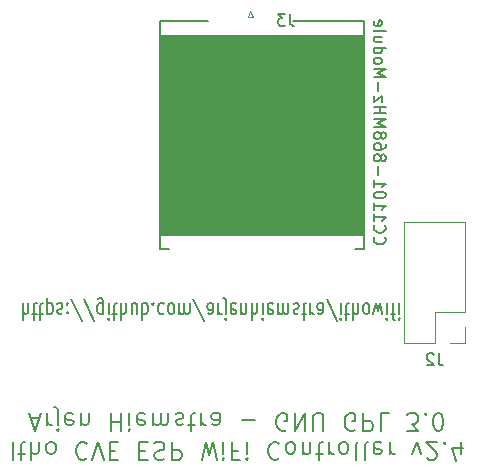
<source format=gbo>
G04 #@! TF.GenerationSoftware,KiCad,Pcbnew,(5.1.9-0-10_14)*
G04 #@! TF.CreationDate,2021-01-29T16:34:27+01:00*
G04 #@! TF.ProjectId,ithowifi_4l,6974686f-7769-4666-995f-346c2e6b6963,rev?*
G04 #@! TF.SameCoordinates,Original*
G04 #@! TF.FileFunction,Legend,Bot*
G04 #@! TF.FilePolarity,Positive*
%FSLAX46Y46*%
G04 Gerber Fmt 4.6, Leading zero omitted, Abs format (unit mm)*
G04 Created by KiCad (PCBNEW (5.1.9-0-10_14)) date 2021-01-29 16:34:27*
%MOMM*%
%LPD*%
G01*
G04 APERTURE LIST*
%ADD10C,0.100000*%
%ADD11C,0.200000*%
%ADD12C,0.120000*%
%ADD13C,0.150000*%
G04 APERTURE END LIST*
D10*
G36*
X114808000Y-129997200D02*
G01*
X97561400Y-129997200D01*
X97536000Y-113030000D01*
X114808000Y-113030000D01*
X114808000Y-129997200D01*
G37*
X114808000Y-129997200D02*
X97561400Y-129997200D01*
X97536000Y-113030000D01*
X114808000Y-113030000D01*
X114808000Y-129997200D01*
D11*
X85925428Y-135764666D02*
X85925428Y-137164666D01*
X86354000Y-135764666D02*
X86354000Y-136498000D01*
X86306380Y-136631333D01*
X86211142Y-136698000D01*
X86068285Y-136698000D01*
X85973047Y-136631333D01*
X85925428Y-136564666D01*
X86687333Y-136698000D02*
X87068285Y-136698000D01*
X86830190Y-137164666D02*
X86830190Y-135964666D01*
X86877809Y-135831333D01*
X86973047Y-135764666D01*
X87068285Y-135764666D01*
X87258761Y-136698000D02*
X87639714Y-136698000D01*
X87401619Y-137164666D02*
X87401619Y-135964666D01*
X87449238Y-135831333D01*
X87544476Y-135764666D01*
X87639714Y-135764666D01*
X87973047Y-136698000D02*
X87973047Y-135298000D01*
X87973047Y-136631333D02*
X88068285Y-136698000D01*
X88258761Y-136698000D01*
X88354000Y-136631333D01*
X88401619Y-136564666D01*
X88449238Y-136431333D01*
X88449238Y-136031333D01*
X88401619Y-135898000D01*
X88354000Y-135831333D01*
X88258761Y-135764666D01*
X88068285Y-135764666D01*
X87973047Y-135831333D01*
X88830190Y-135831333D02*
X88925428Y-135764666D01*
X89115904Y-135764666D01*
X89211142Y-135831333D01*
X89258761Y-135964666D01*
X89258761Y-136031333D01*
X89211142Y-136164666D01*
X89115904Y-136231333D01*
X88973047Y-136231333D01*
X88877809Y-136298000D01*
X88830190Y-136431333D01*
X88830190Y-136498000D01*
X88877809Y-136631333D01*
X88973047Y-136698000D01*
X89115904Y-136698000D01*
X89211142Y-136631333D01*
X89687333Y-135898000D02*
X89734952Y-135831333D01*
X89687333Y-135764666D01*
X89639714Y-135831333D01*
X89687333Y-135898000D01*
X89687333Y-135764666D01*
X89687333Y-136631333D02*
X89734952Y-136564666D01*
X89687333Y-136498000D01*
X89639714Y-136564666D01*
X89687333Y-136631333D01*
X89687333Y-136498000D01*
X90877809Y-137231333D02*
X90020666Y-135431333D01*
X91925428Y-137231333D02*
X91068285Y-135431333D01*
X92687333Y-136698000D02*
X92687333Y-135564666D01*
X92639714Y-135431333D01*
X92592095Y-135364666D01*
X92496857Y-135298000D01*
X92354000Y-135298000D01*
X92258761Y-135364666D01*
X92687333Y-135831333D02*
X92592095Y-135764666D01*
X92401619Y-135764666D01*
X92306380Y-135831333D01*
X92258761Y-135898000D01*
X92211142Y-136031333D01*
X92211142Y-136431333D01*
X92258761Y-136564666D01*
X92306380Y-136631333D01*
X92401619Y-136698000D01*
X92592095Y-136698000D01*
X92687333Y-136631333D01*
X93163523Y-135764666D02*
X93163523Y-136698000D01*
X93163523Y-137164666D02*
X93115904Y-137098000D01*
X93163523Y-137031333D01*
X93211142Y-137098000D01*
X93163523Y-137164666D01*
X93163523Y-137031333D01*
X93496857Y-136698000D02*
X93877809Y-136698000D01*
X93639714Y-137164666D02*
X93639714Y-135964666D01*
X93687333Y-135831333D01*
X93782571Y-135764666D01*
X93877809Y-135764666D01*
X94211142Y-135764666D02*
X94211142Y-137164666D01*
X94639714Y-135764666D02*
X94639714Y-136498000D01*
X94592095Y-136631333D01*
X94496857Y-136698000D01*
X94354000Y-136698000D01*
X94258761Y-136631333D01*
X94211142Y-136564666D01*
X95544476Y-136698000D02*
X95544476Y-135764666D01*
X95115904Y-136698000D02*
X95115904Y-135964666D01*
X95163523Y-135831333D01*
X95258761Y-135764666D01*
X95401619Y-135764666D01*
X95496857Y-135831333D01*
X95544476Y-135898000D01*
X96020666Y-135764666D02*
X96020666Y-137164666D01*
X96020666Y-136631333D02*
X96115904Y-136698000D01*
X96306380Y-136698000D01*
X96401619Y-136631333D01*
X96449238Y-136564666D01*
X96496857Y-136431333D01*
X96496857Y-136031333D01*
X96449238Y-135898000D01*
X96401619Y-135831333D01*
X96306380Y-135764666D01*
X96115904Y-135764666D01*
X96020666Y-135831333D01*
X96925428Y-135898000D02*
X96973047Y-135831333D01*
X96925428Y-135764666D01*
X96877809Y-135831333D01*
X96925428Y-135898000D01*
X96925428Y-135764666D01*
X97830190Y-135831333D02*
X97734952Y-135764666D01*
X97544476Y-135764666D01*
X97449238Y-135831333D01*
X97401619Y-135898000D01*
X97354000Y-136031333D01*
X97354000Y-136431333D01*
X97401619Y-136564666D01*
X97449238Y-136631333D01*
X97544476Y-136698000D01*
X97734952Y-136698000D01*
X97830190Y-136631333D01*
X98401619Y-135764666D02*
X98306380Y-135831333D01*
X98258761Y-135898000D01*
X98211142Y-136031333D01*
X98211142Y-136431333D01*
X98258761Y-136564666D01*
X98306380Y-136631333D01*
X98401619Y-136698000D01*
X98544476Y-136698000D01*
X98639714Y-136631333D01*
X98687333Y-136564666D01*
X98734952Y-136431333D01*
X98734952Y-136031333D01*
X98687333Y-135898000D01*
X98639714Y-135831333D01*
X98544476Y-135764666D01*
X98401619Y-135764666D01*
X99163523Y-135764666D02*
X99163523Y-136698000D01*
X99163523Y-136564666D02*
X99211142Y-136631333D01*
X99306380Y-136698000D01*
X99449238Y-136698000D01*
X99544476Y-136631333D01*
X99592095Y-136498000D01*
X99592095Y-135764666D01*
X99592095Y-136498000D02*
X99639714Y-136631333D01*
X99734952Y-136698000D01*
X99877809Y-136698000D01*
X99973047Y-136631333D01*
X100020666Y-136498000D01*
X100020666Y-135764666D01*
X101211142Y-137231333D02*
X100354000Y-135431333D01*
X101973047Y-135764666D02*
X101973047Y-136498000D01*
X101925428Y-136631333D01*
X101830190Y-136698000D01*
X101639714Y-136698000D01*
X101544476Y-136631333D01*
X101973047Y-135831333D02*
X101877809Y-135764666D01*
X101639714Y-135764666D01*
X101544476Y-135831333D01*
X101496857Y-135964666D01*
X101496857Y-136098000D01*
X101544476Y-136231333D01*
X101639714Y-136298000D01*
X101877809Y-136298000D01*
X101973047Y-136364666D01*
X102449238Y-135764666D02*
X102449238Y-136698000D01*
X102449238Y-136431333D02*
X102496857Y-136564666D01*
X102544476Y-136631333D01*
X102639714Y-136698000D01*
X102734952Y-136698000D01*
X103068285Y-136698000D02*
X103068285Y-135498000D01*
X103020666Y-135364666D01*
X102925428Y-135298000D01*
X102877809Y-135298000D01*
X103068285Y-137164666D02*
X103020666Y-137098000D01*
X103068285Y-137031333D01*
X103115904Y-137098000D01*
X103068285Y-137164666D01*
X103068285Y-137031333D01*
X103925428Y-135831333D02*
X103830190Y-135764666D01*
X103639714Y-135764666D01*
X103544476Y-135831333D01*
X103496857Y-135964666D01*
X103496857Y-136498000D01*
X103544476Y-136631333D01*
X103639714Y-136698000D01*
X103830190Y-136698000D01*
X103925428Y-136631333D01*
X103973047Y-136498000D01*
X103973047Y-136364666D01*
X103496857Y-136231333D01*
X104401619Y-136698000D02*
X104401619Y-135764666D01*
X104401619Y-136564666D02*
X104449238Y-136631333D01*
X104544476Y-136698000D01*
X104687333Y-136698000D01*
X104782571Y-136631333D01*
X104830190Y-136498000D01*
X104830190Y-135764666D01*
X105306380Y-135764666D02*
X105306380Y-137164666D01*
X105734952Y-135764666D02*
X105734952Y-136498000D01*
X105687333Y-136631333D01*
X105592095Y-136698000D01*
X105449238Y-136698000D01*
X105354000Y-136631333D01*
X105306380Y-136564666D01*
X106211142Y-135764666D02*
X106211142Y-136698000D01*
X106211142Y-137164666D02*
X106163523Y-137098000D01*
X106211142Y-137031333D01*
X106258761Y-137098000D01*
X106211142Y-137164666D01*
X106211142Y-137031333D01*
X107068285Y-135831333D02*
X106973047Y-135764666D01*
X106782571Y-135764666D01*
X106687333Y-135831333D01*
X106639714Y-135964666D01*
X106639714Y-136498000D01*
X106687333Y-136631333D01*
X106782571Y-136698000D01*
X106973047Y-136698000D01*
X107068285Y-136631333D01*
X107115904Y-136498000D01*
X107115904Y-136364666D01*
X106639714Y-136231333D01*
X107544476Y-135764666D02*
X107544476Y-136698000D01*
X107544476Y-136564666D02*
X107592095Y-136631333D01*
X107687333Y-136698000D01*
X107830190Y-136698000D01*
X107925428Y-136631333D01*
X107973047Y-136498000D01*
X107973047Y-135764666D01*
X107973047Y-136498000D02*
X108020666Y-136631333D01*
X108115904Y-136698000D01*
X108258761Y-136698000D01*
X108353999Y-136631333D01*
X108401619Y-136498000D01*
X108401619Y-135764666D01*
X108830190Y-135831333D02*
X108925428Y-135764666D01*
X109115904Y-135764666D01*
X109211142Y-135831333D01*
X109258761Y-135964666D01*
X109258761Y-136031333D01*
X109211142Y-136164666D01*
X109115904Y-136231333D01*
X108973047Y-136231333D01*
X108877809Y-136298000D01*
X108830190Y-136431333D01*
X108830190Y-136498000D01*
X108877809Y-136631333D01*
X108973047Y-136698000D01*
X109115904Y-136698000D01*
X109211142Y-136631333D01*
X109544476Y-136698000D02*
X109925428Y-136698000D01*
X109687333Y-137164666D02*
X109687333Y-135964666D01*
X109734952Y-135831333D01*
X109830190Y-135764666D01*
X109925428Y-135764666D01*
X110258761Y-135764666D02*
X110258761Y-136698000D01*
X110258761Y-136431333D02*
X110306380Y-136564666D01*
X110353999Y-136631333D01*
X110449238Y-136698000D01*
X110544476Y-136698000D01*
X111306380Y-135764666D02*
X111306380Y-136498000D01*
X111258761Y-136631333D01*
X111163523Y-136698000D01*
X110973047Y-136698000D01*
X110877809Y-136631333D01*
X111306380Y-135831333D02*
X111211142Y-135764666D01*
X110973047Y-135764666D01*
X110877809Y-135831333D01*
X110830190Y-135964666D01*
X110830190Y-136098000D01*
X110877809Y-136231333D01*
X110973047Y-136298000D01*
X111211142Y-136298000D01*
X111306380Y-136364666D01*
X112496857Y-137231333D02*
X111639714Y-135431333D01*
X112830190Y-135764666D02*
X112830190Y-136698000D01*
X112830190Y-137164666D02*
X112782571Y-137098000D01*
X112830190Y-137031333D01*
X112877809Y-137098000D01*
X112830190Y-137164666D01*
X112830190Y-137031333D01*
X113163523Y-136698000D02*
X113544476Y-136698000D01*
X113306380Y-137164666D02*
X113306380Y-135964666D01*
X113353999Y-135831333D01*
X113449238Y-135764666D01*
X113544476Y-135764666D01*
X113877809Y-135764666D02*
X113877809Y-137164666D01*
X114306380Y-135764666D02*
X114306380Y-136498000D01*
X114258761Y-136631333D01*
X114163523Y-136698000D01*
X114020666Y-136698000D01*
X113925428Y-136631333D01*
X113877809Y-136564666D01*
X114925428Y-135764666D02*
X114830190Y-135831333D01*
X114782571Y-135898000D01*
X114734952Y-136031333D01*
X114734952Y-136431333D01*
X114782571Y-136564666D01*
X114830190Y-136631333D01*
X114925428Y-136698000D01*
X115068285Y-136698000D01*
X115163523Y-136631333D01*
X115211142Y-136564666D01*
X115258761Y-136431333D01*
X115258761Y-136031333D01*
X115211142Y-135898000D01*
X115163523Y-135831333D01*
X115068285Y-135764666D01*
X114925428Y-135764666D01*
X115592095Y-136698000D02*
X115782571Y-135764666D01*
X115973047Y-136431333D01*
X116163523Y-135764666D01*
X116353999Y-136698000D01*
X116734952Y-135764666D02*
X116734952Y-136698000D01*
X116734952Y-137164666D02*
X116687333Y-137098000D01*
X116734952Y-137031333D01*
X116782571Y-137098000D01*
X116734952Y-137164666D01*
X116734952Y-137031333D01*
X117068285Y-136698000D02*
X117449238Y-136698000D01*
X117211142Y-135764666D02*
X117211142Y-136964666D01*
X117258761Y-137098000D01*
X117353999Y-137164666D01*
X117449238Y-137164666D01*
X117782571Y-135764666D02*
X117782571Y-136698000D01*
X117782571Y-137164666D02*
X117734952Y-137098000D01*
X117782571Y-137031333D01*
X117830190Y-137098000D01*
X117782571Y-137164666D01*
X117782571Y-137031333D01*
X85038400Y-147510828D02*
X85038400Y-149010828D01*
X85538400Y-148510828D02*
X86109828Y-148510828D01*
X85752685Y-149010828D02*
X85752685Y-147725114D01*
X85824114Y-147582257D01*
X85966971Y-147510828D01*
X86109828Y-147510828D01*
X86609828Y-147510828D02*
X86609828Y-149010828D01*
X87252685Y-147510828D02*
X87252685Y-148296542D01*
X87181257Y-148439400D01*
X87038400Y-148510828D01*
X86824114Y-148510828D01*
X86681257Y-148439400D01*
X86609828Y-148367971D01*
X88181257Y-147510828D02*
X88038400Y-147582257D01*
X87966971Y-147653685D01*
X87895542Y-147796542D01*
X87895542Y-148225114D01*
X87966971Y-148367971D01*
X88038400Y-148439400D01*
X88181257Y-148510828D01*
X88395542Y-148510828D01*
X88538400Y-148439400D01*
X88609828Y-148367971D01*
X88681257Y-148225114D01*
X88681257Y-147796542D01*
X88609828Y-147653685D01*
X88538400Y-147582257D01*
X88395542Y-147510828D01*
X88181257Y-147510828D01*
X91324114Y-147653685D02*
X91252685Y-147582257D01*
X91038400Y-147510828D01*
X90895542Y-147510828D01*
X90681257Y-147582257D01*
X90538400Y-147725114D01*
X90466971Y-147867971D01*
X90395542Y-148153685D01*
X90395542Y-148367971D01*
X90466971Y-148653685D01*
X90538400Y-148796542D01*
X90681257Y-148939400D01*
X90895542Y-149010828D01*
X91038400Y-149010828D01*
X91252685Y-148939400D01*
X91324114Y-148867971D01*
X91752685Y-149010828D02*
X92252685Y-147510828D01*
X92752685Y-149010828D01*
X93252685Y-148296542D02*
X93752685Y-148296542D01*
X93966971Y-147510828D02*
X93252685Y-147510828D01*
X93252685Y-149010828D01*
X93966971Y-149010828D01*
X95752685Y-148296542D02*
X96252685Y-148296542D01*
X96466971Y-147510828D02*
X95752685Y-147510828D01*
X95752685Y-149010828D01*
X96466971Y-149010828D01*
X97038400Y-147582257D02*
X97252685Y-147510828D01*
X97609828Y-147510828D01*
X97752685Y-147582257D01*
X97824114Y-147653685D01*
X97895542Y-147796542D01*
X97895542Y-147939400D01*
X97824114Y-148082257D01*
X97752685Y-148153685D01*
X97609828Y-148225114D01*
X97324114Y-148296542D01*
X97181257Y-148367971D01*
X97109828Y-148439400D01*
X97038400Y-148582257D01*
X97038400Y-148725114D01*
X97109828Y-148867971D01*
X97181257Y-148939400D01*
X97324114Y-149010828D01*
X97681257Y-149010828D01*
X97895542Y-148939400D01*
X98538400Y-147510828D02*
X98538400Y-149010828D01*
X99109828Y-149010828D01*
X99252685Y-148939400D01*
X99324114Y-148867971D01*
X99395542Y-148725114D01*
X99395542Y-148510828D01*
X99324114Y-148367971D01*
X99252685Y-148296542D01*
X99109828Y-148225114D01*
X98538400Y-148225114D01*
X101038400Y-149010828D02*
X101395542Y-147510828D01*
X101681257Y-148582257D01*
X101966971Y-147510828D01*
X102324114Y-149010828D01*
X102895542Y-147510828D02*
X102895542Y-148510828D01*
X102895542Y-149010828D02*
X102824114Y-148939400D01*
X102895542Y-148867971D01*
X102966971Y-148939400D01*
X102895542Y-149010828D01*
X102895542Y-148867971D01*
X104109828Y-148296542D02*
X103609828Y-148296542D01*
X103609828Y-147510828D02*
X103609828Y-149010828D01*
X104324114Y-149010828D01*
X104895542Y-147510828D02*
X104895542Y-148510828D01*
X104895542Y-149010828D02*
X104824114Y-148939400D01*
X104895542Y-148867971D01*
X104966971Y-148939400D01*
X104895542Y-149010828D01*
X104895542Y-148867971D01*
X107609828Y-147653685D02*
X107538400Y-147582257D01*
X107324114Y-147510828D01*
X107181257Y-147510828D01*
X106966971Y-147582257D01*
X106824114Y-147725114D01*
X106752685Y-147867971D01*
X106681257Y-148153685D01*
X106681257Y-148367971D01*
X106752685Y-148653685D01*
X106824114Y-148796542D01*
X106966971Y-148939400D01*
X107181257Y-149010828D01*
X107324114Y-149010828D01*
X107538400Y-148939400D01*
X107609828Y-148867971D01*
X108466971Y-147510828D02*
X108324114Y-147582257D01*
X108252685Y-147653685D01*
X108181257Y-147796542D01*
X108181257Y-148225114D01*
X108252685Y-148367971D01*
X108324114Y-148439400D01*
X108466971Y-148510828D01*
X108681257Y-148510828D01*
X108824114Y-148439400D01*
X108895542Y-148367971D01*
X108966971Y-148225114D01*
X108966971Y-147796542D01*
X108895542Y-147653685D01*
X108824114Y-147582257D01*
X108681257Y-147510828D01*
X108466971Y-147510828D01*
X109609828Y-148510828D02*
X109609828Y-147510828D01*
X109609828Y-148367971D02*
X109681257Y-148439400D01*
X109824114Y-148510828D01*
X110038400Y-148510828D01*
X110181257Y-148439400D01*
X110252685Y-148296542D01*
X110252685Y-147510828D01*
X110752685Y-148510828D02*
X111324114Y-148510828D01*
X110966971Y-149010828D02*
X110966971Y-147725114D01*
X111038400Y-147582257D01*
X111181257Y-147510828D01*
X111324114Y-147510828D01*
X111824114Y-147510828D02*
X111824114Y-148510828D01*
X111824114Y-148225114D02*
X111895542Y-148367971D01*
X111966971Y-148439400D01*
X112109828Y-148510828D01*
X112252685Y-148510828D01*
X112966971Y-147510828D02*
X112824114Y-147582257D01*
X112752685Y-147653685D01*
X112681257Y-147796542D01*
X112681257Y-148225114D01*
X112752685Y-148367971D01*
X112824114Y-148439400D01*
X112966971Y-148510828D01*
X113181257Y-148510828D01*
X113324114Y-148439400D01*
X113395542Y-148367971D01*
X113466971Y-148225114D01*
X113466971Y-147796542D01*
X113395542Y-147653685D01*
X113324114Y-147582257D01*
X113181257Y-147510828D01*
X112966971Y-147510828D01*
X114324114Y-147510828D02*
X114181257Y-147582257D01*
X114109828Y-147725114D01*
X114109828Y-149010828D01*
X115109828Y-147510828D02*
X114966971Y-147582257D01*
X114895542Y-147725114D01*
X114895542Y-149010828D01*
X116252685Y-147582257D02*
X116109828Y-147510828D01*
X115824114Y-147510828D01*
X115681257Y-147582257D01*
X115609828Y-147725114D01*
X115609828Y-148296542D01*
X115681257Y-148439400D01*
X115824114Y-148510828D01*
X116109828Y-148510828D01*
X116252685Y-148439400D01*
X116324114Y-148296542D01*
X116324114Y-148153685D01*
X115609828Y-148010828D01*
X116966971Y-147510828D02*
X116966971Y-148510828D01*
X116966971Y-148225114D02*
X117038400Y-148367971D01*
X117109828Y-148439400D01*
X117252685Y-148510828D01*
X117395542Y-148510828D01*
X118895542Y-148510828D02*
X119252685Y-147510828D01*
X119609828Y-148510828D01*
X120109828Y-148867971D02*
X120181257Y-148939400D01*
X120324114Y-149010828D01*
X120681257Y-149010828D01*
X120824114Y-148939400D01*
X120895542Y-148867971D01*
X120966971Y-148725114D01*
X120966971Y-148582257D01*
X120895542Y-148367971D01*
X120038400Y-147510828D01*
X120966971Y-147510828D01*
X121609828Y-147653685D02*
X121681257Y-147582257D01*
X121609828Y-147510828D01*
X121538400Y-147582257D01*
X121609828Y-147653685D01*
X121609828Y-147510828D01*
X122966971Y-148510828D02*
X122966971Y-147510828D01*
X122609828Y-149082257D02*
X122252685Y-148010828D01*
X123181257Y-148010828D01*
X86574114Y-145489400D02*
X87288400Y-145489400D01*
X86431257Y-145060828D02*
X86931257Y-146560828D01*
X87431257Y-145060828D01*
X87931257Y-145060828D02*
X87931257Y-146060828D01*
X87931257Y-145775114D02*
X88002685Y-145917971D01*
X88074114Y-145989400D01*
X88216971Y-146060828D01*
X88359828Y-146060828D01*
X88859828Y-146060828D02*
X88859828Y-144775114D01*
X88788400Y-144632257D01*
X88645542Y-144560828D01*
X88574114Y-144560828D01*
X88859828Y-146560828D02*
X88788400Y-146489400D01*
X88859828Y-146417971D01*
X88931257Y-146489400D01*
X88859828Y-146560828D01*
X88859828Y-146417971D01*
X90145542Y-145132257D02*
X90002685Y-145060828D01*
X89716971Y-145060828D01*
X89574114Y-145132257D01*
X89502685Y-145275114D01*
X89502685Y-145846542D01*
X89574114Y-145989400D01*
X89716971Y-146060828D01*
X90002685Y-146060828D01*
X90145542Y-145989400D01*
X90216971Y-145846542D01*
X90216971Y-145703685D01*
X89502685Y-145560828D01*
X90859828Y-146060828D02*
X90859828Y-145060828D01*
X90859828Y-145917971D02*
X90931257Y-145989400D01*
X91074114Y-146060828D01*
X91288400Y-146060828D01*
X91431257Y-145989400D01*
X91502685Y-145846542D01*
X91502685Y-145060828D01*
X93359828Y-145060828D02*
X93359828Y-146560828D01*
X93359828Y-145846542D02*
X94216971Y-145846542D01*
X94216971Y-145060828D02*
X94216971Y-146560828D01*
X94931257Y-145060828D02*
X94931257Y-146060828D01*
X94931257Y-146560828D02*
X94859828Y-146489400D01*
X94931257Y-146417971D01*
X95002685Y-146489400D01*
X94931257Y-146560828D01*
X94931257Y-146417971D01*
X96216971Y-145132257D02*
X96074114Y-145060828D01*
X95788400Y-145060828D01*
X95645542Y-145132257D01*
X95574114Y-145275114D01*
X95574114Y-145846542D01*
X95645542Y-145989400D01*
X95788400Y-146060828D01*
X96074114Y-146060828D01*
X96216971Y-145989400D01*
X96288400Y-145846542D01*
X96288400Y-145703685D01*
X95574114Y-145560828D01*
X96931257Y-145060828D02*
X96931257Y-146060828D01*
X96931257Y-145917971D02*
X97002685Y-145989400D01*
X97145542Y-146060828D01*
X97359828Y-146060828D01*
X97502685Y-145989400D01*
X97574114Y-145846542D01*
X97574114Y-145060828D01*
X97574114Y-145846542D02*
X97645542Y-145989400D01*
X97788400Y-146060828D01*
X98002685Y-146060828D01*
X98145542Y-145989400D01*
X98216971Y-145846542D01*
X98216971Y-145060828D01*
X98859828Y-145132257D02*
X99002685Y-145060828D01*
X99288400Y-145060828D01*
X99431257Y-145132257D01*
X99502685Y-145275114D01*
X99502685Y-145346542D01*
X99431257Y-145489400D01*
X99288400Y-145560828D01*
X99074114Y-145560828D01*
X98931257Y-145632257D01*
X98859828Y-145775114D01*
X98859828Y-145846542D01*
X98931257Y-145989400D01*
X99074114Y-146060828D01*
X99288400Y-146060828D01*
X99431257Y-145989400D01*
X99931257Y-146060828D02*
X100502685Y-146060828D01*
X100145542Y-146560828D02*
X100145542Y-145275114D01*
X100216971Y-145132257D01*
X100359828Y-145060828D01*
X100502685Y-145060828D01*
X101002685Y-145060828D02*
X101002685Y-146060828D01*
X101002685Y-145775114D02*
X101074114Y-145917971D01*
X101145542Y-145989400D01*
X101288400Y-146060828D01*
X101431257Y-146060828D01*
X102574114Y-145060828D02*
X102574114Y-145846542D01*
X102502685Y-145989400D01*
X102359828Y-146060828D01*
X102074114Y-146060828D01*
X101931257Y-145989400D01*
X102574114Y-145132257D02*
X102431257Y-145060828D01*
X102074114Y-145060828D01*
X101931257Y-145132257D01*
X101859828Y-145275114D01*
X101859828Y-145417971D01*
X101931257Y-145560828D01*
X102074114Y-145632257D01*
X102431257Y-145632257D01*
X102574114Y-145703685D01*
X104431257Y-145632257D02*
X105574114Y-145632257D01*
X108216971Y-146489400D02*
X108074114Y-146560828D01*
X107859828Y-146560828D01*
X107645542Y-146489400D01*
X107502685Y-146346542D01*
X107431257Y-146203685D01*
X107359828Y-145917971D01*
X107359828Y-145703685D01*
X107431257Y-145417971D01*
X107502685Y-145275114D01*
X107645542Y-145132257D01*
X107859828Y-145060828D01*
X108002685Y-145060828D01*
X108216971Y-145132257D01*
X108288400Y-145203685D01*
X108288400Y-145703685D01*
X108002685Y-145703685D01*
X108931257Y-145060828D02*
X108931257Y-146560828D01*
X109788400Y-145060828D01*
X109788400Y-146560828D01*
X110502685Y-146560828D02*
X110502685Y-145346542D01*
X110574114Y-145203685D01*
X110645542Y-145132257D01*
X110788400Y-145060828D01*
X111074114Y-145060828D01*
X111216971Y-145132257D01*
X111288400Y-145203685D01*
X111359828Y-145346542D01*
X111359828Y-146560828D01*
X114002685Y-146489400D02*
X113859828Y-146560828D01*
X113645542Y-146560828D01*
X113431257Y-146489400D01*
X113288400Y-146346542D01*
X113216971Y-146203685D01*
X113145542Y-145917971D01*
X113145542Y-145703685D01*
X113216971Y-145417971D01*
X113288400Y-145275114D01*
X113431257Y-145132257D01*
X113645542Y-145060828D01*
X113788400Y-145060828D01*
X114002685Y-145132257D01*
X114074114Y-145203685D01*
X114074114Y-145703685D01*
X113788400Y-145703685D01*
X114716971Y-145060828D02*
X114716971Y-146560828D01*
X115288400Y-146560828D01*
X115431257Y-146489400D01*
X115502685Y-146417971D01*
X115574114Y-146275114D01*
X115574114Y-146060828D01*
X115502685Y-145917971D01*
X115431257Y-145846542D01*
X115288400Y-145775114D01*
X114716971Y-145775114D01*
X116931257Y-145060828D02*
X116216971Y-145060828D01*
X116216971Y-146560828D01*
X118431257Y-146560828D02*
X119359828Y-146560828D01*
X118859828Y-145989400D01*
X119074114Y-145989400D01*
X119216971Y-145917971D01*
X119288400Y-145846542D01*
X119359828Y-145703685D01*
X119359828Y-145346542D01*
X119288400Y-145203685D01*
X119216971Y-145132257D01*
X119074114Y-145060828D01*
X118645542Y-145060828D01*
X118502685Y-145132257D01*
X118431257Y-145203685D01*
X120002685Y-145203685D02*
X120074114Y-145132257D01*
X120002685Y-145060828D01*
X119931257Y-145132257D01*
X120002685Y-145203685D01*
X120002685Y-145060828D01*
X121002685Y-146560828D02*
X121145542Y-146560828D01*
X121288400Y-146489400D01*
X121359828Y-146417971D01*
X121431257Y-146275114D01*
X121502685Y-145989400D01*
X121502685Y-145632257D01*
X121431257Y-145346542D01*
X121359828Y-145203685D01*
X121288400Y-145132257D01*
X121145542Y-145060828D01*
X121002685Y-145060828D01*
X120859828Y-145132257D01*
X120788400Y-145203685D01*
X120716971Y-145346542D01*
X120645542Y-145632257D01*
X120645542Y-145989400D01*
X120716971Y-146275114D01*
X120788400Y-146417971D01*
X120859828Y-146489400D01*
X121002685Y-146560828D01*
D12*
X105181400Y-111058400D02*
X105431400Y-111558400D01*
X105431400Y-111558400D02*
X104931400Y-111558400D01*
X104931400Y-111558400D02*
X105181400Y-111058400D01*
D13*
X114072000Y-131189000D02*
X114822000Y-131189000D01*
X97522000Y-131189000D02*
X98272000Y-131189000D01*
X97522000Y-111889000D02*
X97522000Y-131189000D01*
X101547000Y-111889000D02*
X97522000Y-111889000D01*
X114822000Y-111889000D02*
X108797000Y-111889000D01*
X114822000Y-131189000D02*
X114822000Y-111889000D01*
D12*
X122047000Y-139125000D02*
X123377000Y-139125000D01*
X123377000Y-139125000D02*
X123377000Y-137795000D01*
X120777000Y-139125000D02*
X120777000Y-136525000D01*
X120777000Y-136525000D02*
X123377000Y-136525000D01*
X123377000Y-136525000D02*
X123377000Y-128845000D01*
X118177000Y-128845000D02*
X123377000Y-128845000D01*
X118177000Y-139125000D02*
X118177000Y-128845000D01*
X118177000Y-139125000D02*
X120777000Y-139125000D01*
D13*
X108514733Y-111260780D02*
X108514733Y-111975066D01*
X108562352Y-112117923D01*
X108657590Y-112213161D01*
X108800447Y-112260780D01*
X108895685Y-112260780D01*
X108133780Y-111260780D02*
X107514733Y-111260780D01*
X107848066Y-111641733D01*
X107705209Y-111641733D01*
X107609971Y-111689352D01*
X107562352Y-111736971D01*
X107514733Y-111832209D01*
X107514733Y-112070304D01*
X107562352Y-112165542D01*
X107609971Y-112213161D01*
X107705209Y-112260780D01*
X107990923Y-112260780D01*
X108086161Y-112213161D01*
X108133780Y-112165542D01*
X115720857Y-130165952D02*
X115673238Y-130213571D01*
X115625619Y-130356428D01*
X115625619Y-130451666D01*
X115673238Y-130594523D01*
X115768476Y-130689761D01*
X115863714Y-130737380D01*
X116054190Y-130785000D01*
X116197047Y-130785000D01*
X116387523Y-130737380D01*
X116482761Y-130689761D01*
X116578000Y-130594523D01*
X116625619Y-130451666D01*
X116625619Y-130356428D01*
X116578000Y-130213571D01*
X116530380Y-130165952D01*
X115720857Y-129165952D02*
X115673238Y-129213571D01*
X115625619Y-129356428D01*
X115625619Y-129451666D01*
X115673238Y-129594523D01*
X115768476Y-129689761D01*
X115863714Y-129737380D01*
X116054190Y-129785000D01*
X116197047Y-129785000D01*
X116387523Y-129737380D01*
X116482761Y-129689761D01*
X116578000Y-129594523D01*
X116625619Y-129451666D01*
X116625619Y-129356428D01*
X116578000Y-129213571D01*
X116530380Y-129165952D01*
X115625619Y-128213571D02*
X115625619Y-128785000D01*
X115625619Y-128499285D02*
X116625619Y-128499285D01*
X116482761Y-128594523D01*
X116387523Y-128689761D01*
X116339904Y-128785000D01*
X115625619Y-127261190D02*
X115625619Y-127832619D01*
X115625619Y-127546904D02*
X116625619Y-127546904D01*
X116482761Y-127642142D01*
X116387523Y-127737380D01*
X116339904Y-127832619D01*
X116625619Y-126642142D02*
X116625619Y-126546904D01*
X116578000Y-126451666D01*
X116530380Y-126404047D01*
X116435142Y-126356428D01*
X116244666Y-126308809D01*
X116006571Y-126308809D01*
X115816095Y-126356428D01*
X115720857Y-126404047D01*
X115673238Y-126451666D01*
X115625619Y-126546904D01*
X115625619Y-126642142D01*
X115673238Y-126737380D01*
X115720857Y-126785000D01*
X115816095Y-126832619D01*
X116006571Y-126880238D01*
X116244666Y-126880238D01*
X116435142Y-126832619D01*
X116530380Y-126785000D01*
X116578000Y-126737380D01*
X116625619Y-126642142D01*
X115625619Y-125356428D02*
X115625619Y-125927857D01*
X115625619Y-125642142D02*
X116625619Y-125642142D01*
X116482761Y-125737380D01*
X116387523Y-125832619D01*
X116339904Y-125927857D01*
X116006571Y-124927857D02*
X116006571Y-124165952D01*
X116197047Y-123546904D02*
X116244666Y-123642142D01*
X116292285Y-123689761D01*
X116387523Y-123737380D01*
X116435142Y-123737380D01*
X116530380Y-123689761D01*
X116578000Y-123642142D01*
X116625619Y-123546904D01*
X116625619Y-123356428D01*
X116578000Y-123261190D01*
X116530380Y-123213571D01*
X116435142Y-123165952D01*
X116387523Y-123165952D01*
X116292285Y-123213571D01*
X116244666Y-123261190D01*
X116197047Y-123356428D01*
X116197047Y-123546904D01*
X116149428Y-123642142D01*
X116101809Y-123689761D01*
X116006571Y-123737380D01*
X115816095Y-123737380D01*
X115720857Y-123689761D01*
X115673238Y-123642142D01*
X115625619Y-123546904D01*
X115625619Y-123356428D01*
X115673238Y-123261190D01*
X115720857Y-123213571D01*
X115816095Y-123165952D01*
X116006571Y-123165952D01*
X116101809Y-123213571D01*
X116149428Y-123261190D01*
X116197047Y-123356428D01*
X116625619Y-122308809D02*
X116625619Y-122499285D01*
X116578000Y-122594523D01*
X116530380Y-122642142D01*
X116387523Y-122737380D01*
X116197047Y-122785000D01*
X115816095Y-122785000D01*
X115720857Y-122737380D01*
X115673238Y-122689761D01*
X115625619Y-122594523D01*
X115625619Y-122404047D01*
X115673238Y-122308809D01*
X115720857Y-122261190D01*
X115816095Y-122213571D01*
X116054190Y-122213571D01*
X116149428Y-122261190D01*
X116197047Y-122308809D01*
X116244666Y-122404047D01*
X116244666Y-122594523D01*
X116197047Y-122689761D01*
X116149428Y-122737380D01*
X116054190Y-122785000D01*
X116197047Y-121642142D02*
X116244666Y-121737380D01*
X116292285Y-121785000D01*
X116387523Y-121832619D01*
X116435142Y-121832619D01*
X116530380Y-121785000D01*
X116578000Y-121737380D01*
X116625619Y-121642142D01*
X116625619Y-121451666D01*
X116578000Y-121356428D01*
X116530380Y-121308809D01*
X116435142Y-121261190D01*
X116387523Y-121261190D01*
X116292285Y-121308809D01*
X116244666Y-121356428D01*
X116197047Y-121451666D01*
X116197047Y-121642142D01*
X116149428Y-121737380D01*
X116101809Y-121785000D01*
X116006571Y-121832619D01*
X115816095Y-121832619D01*
X115720857Y-121785000D01*
X115673238Y-121737380D01*
X115625619Y-121642142D01*
X115625619Y-121451666D01*
X115673238Y-121356428D01*
X115720857Y-121308809D01*
X115816095Y-121261190D01*
X116006571Y-121261190D01*
X116101809Y-121308809D01*
X116149428Y-121356428D01*
X116197047Y-121451666D01*
X115625619Y-120832619D02*
X116625619Y-120832619D01*
X115911333Y-120499285D01*
X116625619Y-120165952D01*
X115625619Y-120165952D01*
X115625619Y-119689761D02*
X116625619Y-119689761D01*
X116149428Y-119689761D02*
X116149428Y-119118333D01*
X115625619Y-119118333D02*
X116625619Y-119118333D01*
X116292285Y-118737380D02*
X116292285Y-118213571D01*
X115625619Y-118737380D01*
X115625619Y-118213571D01*
X116006571Y-117832619D02*
X116006571Y-117070714D01*
X115625619Y-116594523D02*
X116625619Y-116594523D01*
X115911333Y-116261190D01*
X116625619Y-115927857D01*
X115625619Y-115927857D01*
X115625619Y-115308809D02*
X115673238Y-115404047D01*
X115720857Y-115451666D01*
X115816095Y-115499285D01*
X116101809Y-115499285D01*
X116197047Y-115451666D01*
X116244666Y-115404047D01*
X116292285Y-115308809D01*
X116292285Y-115165952D01*
X116244666Y-115070714D01*
X116197047Y-115023095D01*
X116101809Y-114975476D01*
X115816095Y-114975476D01*
X115720857Y-115023095D01*
X115673238Y-115070714D01*
X115625619Y-115165952D01*
X115625619Y-115308809D01*
X115625619Y-114118333D02*
X116625619Y-114118333D01*
X115673238Y-114118333D02*
X115625619Y-114213571D01*
X115625619Y-114404047D01*
X115673238Y-114499285D01*
X115720857Y-114546904D01*
X115816095Y-114594523D01*
X116101809Y-114594523D01*
X116197047Y-114546904D01*
X116244666Y-114499285D01*
X116292285Y-114404047D01*
X116292285Y-114213571D01*
X116244666Y-114118333D01*
X116292285Y-113213571D02*
X115625619Y-113213571D01*
X116292285Y-113642142D02*
X115768476Y-113642142D01*
X115673238Y-113594523D01*
X115625619Y-113499285D01*
X115625619Y-113356428D01*
X115673238Y-113261190D01*
X115720857Y-113213571D01*
X115625619Y-112594523D02*
X115673238Y-112689761D01*
X115768476Y-112737380D01*
X116625619Y-112737380D01*
X115673238Y-111832619D02*
X115625619Y-111927857D01*
X115625619Y-112118333D01*
X115673238Y-112213571D01*
X115768476Y-112261190D01*
X116149428Y-112261190D01*
X116244666Y-112213571D01*
X116292285Y-112118333D01*
X116292285Y-111927857D01*
X116244666Y-111832619D01*
X116149428Y-111785000D01*
X116054190Y-111785000D01*
X115958952Y-112261190D01*
X121110333Y-140017380D02*
X121110333Y-140731666D01*
X121157952Y-140874523D01*
X121253190Y-140969761D01*
X121396047Y-141017380D01*
X121491285Y-141017380D01*
X120681761Y-140112619D02*
X120634142Y-140065000D01*
X120538904Y-140017380D01*
X120300809Y-140017380D01*
X120205571Y-140065000D01*
X120157952Y-140112619D01*
X120110333Y-140207857D01*
X120110333Y-140303095D01*
X120157952Y-140445952D01*
X120729380Y-141017380D01*
X120110333Y-141017380D01*
M02*

</source>
